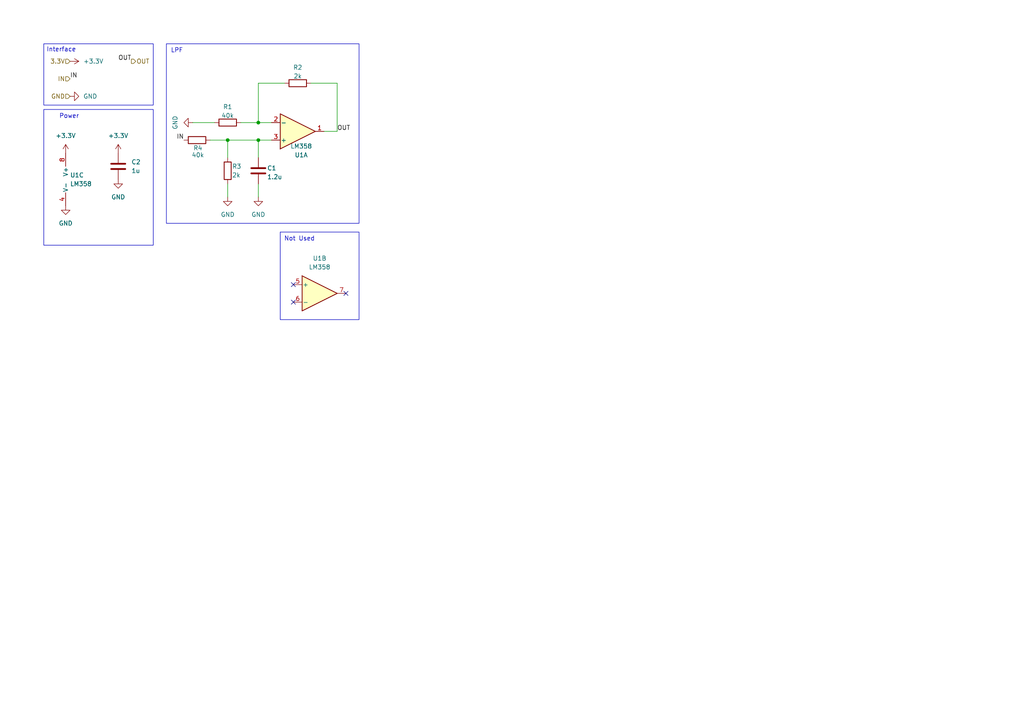
<source format=kicad_sch>
(kicad_sch (version 20231120) (generator "eeschema") (generator_version "8.0")
  (paper "A4")
  (title_block (title "Buck Converter") (date "2025-01-11") (rev "V0") (company "Adam DePinto & Adam Giannetti"))
  (lib_symbols
    (symbol "Amplifier_Operational:LM358" (pin_names (offset 0.127))
      (property "Reference" "U" (at 0 5.08 0))
      (property "Value" "LM358" (at 0 -5.08 0))
      (symbol "LM358_1_1"
        (polyline (pts (xy -5.08 5.08) (xy 5.08 0) (xy -5.08 -5.08) (xy -5.08 5.08)) (stroke (width 0.254)) (fill (type background)))
        (pin output line (at 7.62 0 180) (length 2.54) (name "~") (number "1"))
        (pin input line (at -7.62 -2.54 0) (length 2.54) (name "-") (number "2"))
        (pin input line (at -7.62 2.54 0) (length 2.54) (name "+") (number "3"))
      )
      (symbol "LM358_2_1"
        (polyline (pts (xy -5.08 5.08) (xy 5.08 0) (xy -5.08 -5.08) (xy -5.08 5.08)) (stroke (width 0.254)) (fill (type background)))
        (pin input line (at -7.62 2.54 0) (length 2.54) (name "+") (number "5"))
        (pin input line (at -7.62 -2.54 0) (length 2.54) (name "-") (number "6"))
        (pin output line (at 7.62 0 180) (length 2.54) (name "~") (number "7"))
      )
      (symbol "LM358_3_1"
        (pin power_in line (at -2.54 -7.62 90) (length 3.81) (name "V-") (number "4"))
        (pin power_in line (at -2.54 7.62 270) (length 3.81) (name "V+") (number "8"))
      )
    )
    (symbol "Device:C" (pin_numbers hide) (pin_names (offset 0.254))
      (property "Reference" "C" (at 0.635 2.54 0))
      (property "Value" "C" (at 0.635 -2.54 0))
      (symbol "C_0_1"
        (polyline (pts (xy -2.032 -0.762) (xy 2.032 -0.762)) (stroke (width 0.508)))
        (polyline (pts (xy -2.032 0.762) (xy 2.032 0.762)) (stroke (width 0.508)))
      )
      (symbol "C_1_1"
        (pin passive line (at 0 3.81 270) (length 2.794) (name "~") (number "1"))
        (pin passive line (at 0 -3.81 90) (length 2.794) (name "~") (number "2"))
      )
    )
    (symbol "Device:R" (pin_numbers hide) (pin_names (offset 0))
      (property "Reference" "R" (at 2.032 0 90))
      (property "Value" "R" (at 0 0 90))
      (symbol "R_0_1"
        (rectangle (start -1.016 -2.54) (end 1.016 2.54) (stroke (width 0.254)))
      )
      (symbol "R_1_1"
        (pin passive line (at 0 3.81 270) (length 1.27) (name "~") (number "1"))
        (pin passive line (at 0 -3.81 90) (length 1.27) (name "~") (number "2"))
      )
    )
    (symbol "power:+3.3V" (power) (pin_numbers hide) (pin_names (offset 0) hide)
      (property "Value" "+3.3V" (at 0 3.556 0))
      (symbol "+3.3V_0_1"
        (polyline (pts (xy -0.762 1.27) (xy 0 2.54)))
        (polyline (pts (xy 0 0) (xy 0 2.54)))
        (polyline (pts (xy 0 2.54) (xy 0.762 1.27)))
      )
      (symbol "+3.3V_1_1"
        (pin power_in line (at 0 0 90) (length 0) (name "~") (number "1"))
      )
    )
    (symbol "power:GND" (power) (pin_numbers hide) (pin_names (offset 0) hide)
      (property "Value" "GND" (at 0 -3.81 0))
      (symbol "GND_0_1"
        (polyline (pts (xy 0 0) (xy 0 -1.27) (xy 1.27 -1.27) (xy 0 -2.54) (xy -1.27 -1.27) (xy 0 -1.27)))
      )
      (symbol "GND_1_1"
        (pin power_in line (at 0 0 270) (length 0) (name "~") (number "1"))
      )
    )
  )
  (junction (at 66.04 40.64))
  (junction (at 74.93 40.64))
  (junction (at 74.93 35.56))
  (no_connect (at 85.09 82.55))
  (no_connect (at 85.09 87.63))
  (no_connect (at 100.33 85.09))
  (wire (pts (xy 55.88 35.56) (xy 62.23 35.56)))
  (wire (pts (xy 93.98 38.1) (xy 97.79 38.1)))
  (wire (pts (xy 74.93 35.56) (xy 78.74 35.56)))
  (wire (pts (xy 97.79 24.13) (xy 97.79 38.1)))
  (wire (pts (xy 60.96 40.64) (xy 66.04 40.64)))
  (wire (pts (xy 74.93 24.13) (xy 74.93 35.56)))
  (wire (pts (xy 66.04 40.64) (xy 74.93 40.64)))
  (wire (pts (xy 82.55 24.13) (xy 74.93 24.13)))
  (wire (pts (xy 66.04 40.64) (xy 66.04 45.72)))
  (wire (pts (xy 69.85 35.56) (xy 74.93 35.56)))
  (wire (pts (xy 66.04 53.34) (xy 66.04 57.15)))
  (wire (pts (xy 90.17 24.13) (xy 97.79 24.13)))
  (wire (pts (xy 74.93 53.34) (xy 74.93 57.15)))
  (wire (pts (xy 74.93 40.64) (xy 78.74 40.64)))
  (wire (pts (xy 74.93 40.64) (xy 74.93 45.72)))
  (rectangle (start 48.26 12.7) (end 104.14 64.77))
  (rectangle (start 12.7 12.7) (end 44.45 30.48))
  (rectangle (start 12.7 31.75) (end 44.45 71.12))
  (rectangle (start 81.28 67.31) (end 104.14 92.71))
  (text "LPF" (at 51.308 14.732 0) (effects (font (size 1.27 1.27))))
  (text "Power" (at 20.066 33.782 0) (effects (font (size 1.27 1.27))))
  (text "Not Used\n" (at 86.868 69.342 0) (effects (font (size 1.27 1.27))))
  (text "Interface" (at 17.78 14.478 0) (effects (font (size 1.27 1.27))))
  (label "IN" (at 53.34 40.64 180))
  (label "IN" (at 20.32 22.86 0))
  (label "OUT" (at 38.1 17.78 180))
  (label "OUT" (at 97.79 38.1 0))
  (hierarchical_label "GND" (shape input) (at 20.32 27.94 180))
  (hierarchical_label "IN" (shape input) (at 20.32 22.86 180))
  (hierarchical_label "3.3V" (shape input) (at 20.32 17.78 180))
  (hierarchical_label "OUT" (shape output) (at 38.1 17.78 0))
  (symbol (lib_id "Device:R") (at 66.04 35.56 90) (unit 1)
    (property "Reference" "R1" (at 66.04 30.988 90))
    (property "Value" "40k" (at 66.04 33.528 90))
    (property "Footprint" "Resistor_SMD:R_0805_2012Metric_Pad1.20x1.40mm_HandSolder" (effects (hide yes)))
    (property "Datasheet" "https://www.digikey.ca/en/products/detail/vishay-dale/CRCW080540K0FKEA/5075239" (effects (hide yes)))
    (property "Description" "Resistor" (effects (hide yes)))
    (property "Part Number" "CRCW080540K0FKEA" (effects (hide yes)))
  )
  (symbol (lib_id "Device:R") (at 57.15 40.64 270) (unit 1)
    (property "Reference" "R4" (at 57.404 42.926 90))
    (property "Value" "40k" (at 57.404 44.958 90))
    (property "Footprint" "Resistor_SMD:R_0805_2012Metric_Pad1.20x1.40mm_HandSolder" (effects (hide yes)))
    (property "Datasheet" "https://www.digikey.ca/en/products/detail/vishay-dale/CRCW080540K0FKEA/5075239" (effects (hide yes)))
    (property "Description" "Resistor" (effects (hide yes)))
    (property "Part Number" "CRCW080540K0FKEA" (effects (hide yes)))
  )
  (symbol (lib_id "power:GND") (at 55.88 35.56 270) (mirror x) (unit 1)
    (property "Reference" "#PWR015" (effects (hide yes)))
    (property "Value" "GND" (at 50.8 35.56 0))
    (property "Description" "Power symbol creates a global label with name \"GND\" , ground" (effects (hide yes)))
  )
  (symbol (lib_id "power:GND") (at 20.32 27.94 90) (mirror x) (unit 1)
    (property "Reference" "#PWR011" (effects (hide yes)))
    (property "Value" "GND" (at 24.13 27.9399 90) (effects (justify right)))
    (property "Description" "Power symbol creates a global label with name \"GND\" , ground" (effects (hide yes)))
  )
  (symbol (lib_id "power:+3.3V") (at 20.32 17.78 270) (mirror x) (unit 1)
    (property "Reference" "#PWR09" (effects (hide yes)))
    (property "Value" "+3.3V" (at 24.13 17.7799 90) (effects (justify left)))
    (property "Description" "Power symbol creates a global label with name \"+3.3V\"" (effects (hide yes)))
  )
  (symbol (lib_id "Device:C") (at 74.93 49.53 0) (unit 1)
    (property "Reference" "C1" (at 77.47 48.768 0) (effects (justify left)))
    (property "Value" "1.2u" (at 77.47 51.308 0) (effects (justify left)))
    (property "Footprint" "Capacitor_SMD:C_0805_2012Metric_Pad1.18x1.45mm_HandSolder" (effects (hide yes)))
    (property "Datasheet" "https://www.digikey.ca/en/products/detail/kemet/C0805C125K4PACTU/2211880" (effects (hide yes)))
    (property "Description" "Ceramic Capacitor" (effects (hide yes)))
    (property "Part Number" "C0805C125K4PACTU" (effects (hide yes)))
  )
  (symbol (lib_id "Amplifier_Operational:LM358") (at 21.59 52.07 0) (unit 3)
    (property "Reference" "U1" (at 20.32 50.7999 0) (effects (justify left)))
    (property "Value" "LM358" (at 20.32 53.3399 0) (effects (justify left)))
    (property "Footprint" "Package_SO:VSSOP-8_3x3mm_P0.65mm" (effects (hide yes)))
    (property "Datasheet" "http://www.ti.com/lit/ds/symlink/lm2904-n.pdf" (effects (hide yes)))
    (property "Description" "Low-Power, Dual Operational Amplifiers, DIP-8/SOIC-8/TO-99-8" (effects (hide yes)))
    (property "Part Number" "LM358DGKR" (effects (hide yes)))
  )
  (symbol (lib_id "power:GND") (at 34.29 52.07 0) (mirror y) (unit 1)
    (property "Reference" "#PWR017" (effects (hide yes)))
    (property "Value" "GND" (at 34.29 57.15 0))
    (property "Description" "Power symbol creates a global label with name \"GND\" , ground" (effects (hide yes)))
  )
  (symbol (lib_id "power:+3.3V") (at 34.29 44.45 0) (mirror y) (unit 1)
    (property "Reference" "#PWR016" (effects (hide yes)))
    (property "Value" "+3.3V" (at 34.29 39.37 0))
    (property "Description" "Power symbol creates a global label with name \"+3.3V\"" (effects (hide yes)))
  )
  (symbol (lib_id "power:+3.3V") (at 19.05 44.45 0) (mirror y) (unit 1)
    (property "Reference" "#PWR010" (effects (hide yes)))
    (property "Value" "+3.3V" (at 19.05 39.37 0))
    (property "Description" "Power symbol creates a global label with name \"+3.3V\"" (effects (hide yes)))
  )
  (symbol (lib_id "Device:R") (at 66.04 49.53 180) (unit 1)
    (property "Reference" "R3" (at 67.31 48.26 0) (effects (justify right)))
    (property "Value" "2k" (at 67.31 50.8 0) (effects (justify right)))
    (property "Footprint" "Resistor_SMD:R_0805_2012Metric_Pad1.20x1.40mm_HandSolder" (effects (hide yes)))
    (property "Datasheet" "https://www.digikey.ca/en/products/detail/yageo/RC0805FR-072KL/727664" (effects (hide yes)))
    (property "Description" "Resistor" (effects (hide yes)))
    (property "Part Number" "RC0805FR-072KL" (effects (hide yes)))
  )
  (symbol (lib_id "Amplifier_Operational:LM358") (at 92.71 85.09 0) (unit 2)
    (property "Reference" "U1" (at 92.71 74.93 0))
    (property "Value" "LM358" (at 92.71 77.47 0))
    (property "Footprint" "Package_SO:VSSOP-8_3x3mm_P0.65mm" (effects (hide yes)))
    (property "Datasheet" "http://www.ti.com/lit/ds/symlink/lm2904-n.pdf" (effects (hide yes)))
    (property "Description" "Low-Power, Dual Operational Amplifiers, DIP-8/SOIC-8/TO-99-8" (effects (hide yes)))
    (property "Part Number" "LM358DGKR" (effects (hide yes)))
  )
  (symbol (lib_id "Amplifier_Operational:LM358") (at 86.36 38.1 0) (mirror x) (unit 1)
    (property "Reference" "U1" (at 87.376 44.958 0))
    (property "Value" "LM358" (at 87.376 42.418 0))
    (property "Footprint" "Package_SO:VSSOP-8_3x3mm_P0.65mm" (effects (hide yes)))
    (property "Datasheet" "http://www.ti.com/lit/ds/symlink/lm2904-n.pdf" (effects (hide yes)))
    (property "Description" "Low-Power, Dual Operational Amplifiers, DIP-8/SOIC-8/TO-99-8" (effects (hide yes)))
    (property "Part Number" "LM358DGKR" (effects (hide yes)))
  )
  (symbol (lib_id "Device:R") (at 86.36 24.13 90) (unit 1)
    (property "Reference" "R2" (at 86.36 19.558 90))
    (property "Value" "2k" (at 86.36 22.098 90))
    (property "Footprint" "Resistor_SMD:R_0805_2012Metric_Pad1.20x1.40mm_HandSolder" (effects (hide yes)))
    (property "Datasheet" "https://www.digikey.ca/en/products/detail/yageo/RC0805FR-072KL/727664" (effects (hide yes)))
    (property "Description" "Resistor" (effects (hide yes)))
    (property "Part Number" "RC0805FR-072KL" (effects (hide yes)))
  )
  (symbol (lib_id "power:GND") (at 74.93 57.15 0) (unit 1)
    (property "Reference" "#PWR013" (effects (hide yes)))
    (property "Value" "GND" (at 74.93 62.23 0))
    (property "Description" "Power symbol creates a global label with name \"GND\" , ground" (effects (hide yes)))
  )
  (symbol (lib_id "Device:C") (at 34.29 48.26 0) (unit 1)
    (property "Reference" "C2" (at 38.1 46.9899 0) (effects (justify left)))
    (property "Value" "1u" (at 38.1 49.5299 0) (effects (justify left)))
    (property "Footprint" "Capacitor_SMD:C_0805_2012Metric_Pad1.18x1.45mm_HandSolder" (effects (hide yes)))
    (property "Datasheet" "https://www.digikey.ca/en/products/detail/kyocera-avx/TAJR105K025RNJ/1470310" (effects (hide yes)))
    (property "Description" "Tantalum Decoupling (Bypass) Capacitor" (effects (hide yes)))
    (property "Part Number" "TAJR105K025RNJ" (effects (hide yes)))
  )
  (symbol (lib_id "power:GND") (at 19.05 59.69 0) (mirror y) (unit 1)
    (property "Reference" "#PWR012" (effects (hide yes)))
    (property "Value" "GND" (at 19.05 64.77 0))
    (property "Description" "Power symbol creates a global label with name \"GND\" , ground" (effects (hide yes)))
  )
  (symbol (lib_id "power:GND") (at 66.04 57.15 0) (unit 1)
    (property "Reference" "#PWR014" (effects (hide yes)))
    (property "Value" "GND" (at 66.04 62.23 0))
    (property "Description" "Power symbol creates a global label with name \"GND\" , ground" (effects (hide yes)))
  )
)
</source>
